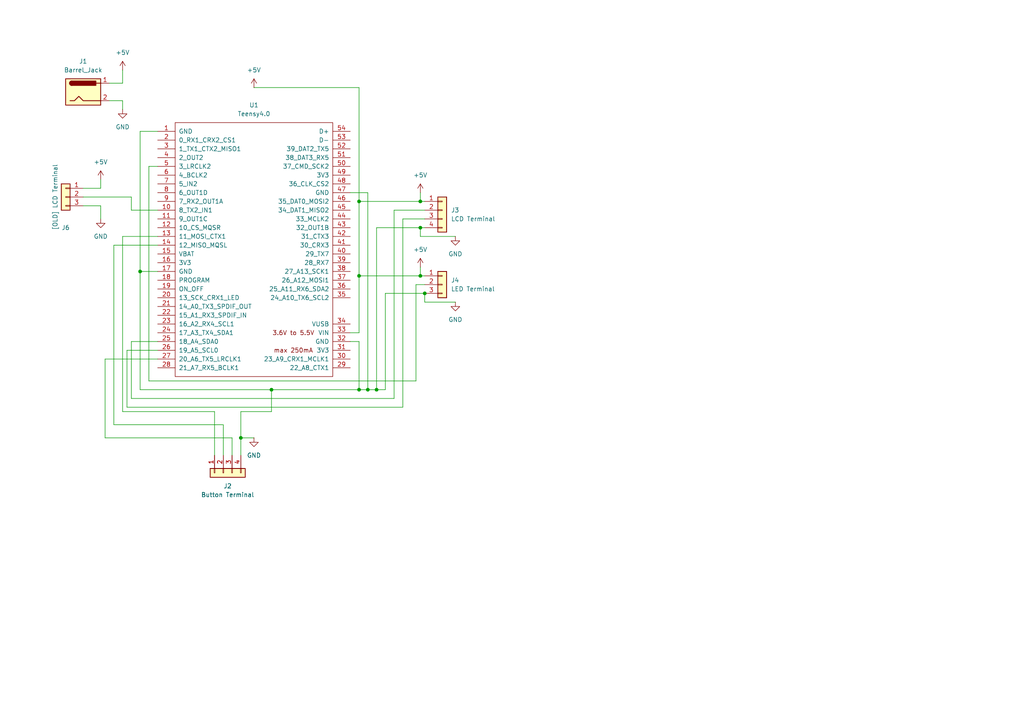
<source format=kicad_sch>
(kicad_sch
	(version 20231120)
	(generator "eeschema")
	(generator_version "8.0")
	(uuid "f73e7804-5c6f-4830-99b2-ffb38515eb28")
	(paper "A4")
	(lib_symbols
		(symbol "Connector:Barrel_Jack"
			(pin_names
				(offset 1.016)
			)
			(exclude_from_sim no)
			(in_bom yes)
			(on_board yes)
			(property "Reference" "J"
				(at 0 5.334 0)
				(effects
					(font
						(size 1.27 1.27)
					)
				)
			)
			(property "Value" "Barrel_Jack"
				(at 0 -5.08 0)
				(effects
					(font
						(size 1.27 1.27)
					)
				)
			)
			(property "Footprint" ""
				(at 1.27 -1.016 0)
				(effects
					(font
						(size 1.27 1.27)
					)
					(hide yes)
				)
			)
			(property "Datasheet" "~"
				(at 1.27 -1.016 0)
				(effects
					(font
						(size 1.27 1.27)
					)
					(hide yes)
				)
			)
			(property "Description" "DC Barrel Jack"
				(at 0 0 0)
				(effects
					(font
						(size 1.27 1.27)
					)
					(hide yes)
				)
			)
			(property "ki_keywords" "DC power barrel jack connector"
				(at 0 0 0)
				(effects
					(font
						(size 1.27 1.27)
					)
					(hide yes)
				)
			)
			(property "ki_fp_filters" "BarrelJack*"
				(at 0 0 0)
				(effects
					(font
						(size 1.27 1.27)
					)
					(hide yes)
				)
			)
			(symbol "Barrel_Jack_0_1"
				(rectangle
					(start -5.08 3.81)
					(end 5.08 -3.81)
					(stroke
						(width 0.254)
						(type default)
					)
					(fill
						(type background)
					)
				)
				(arc
					(start -3.302 3.175)
					(mid -3.9343 2.54)
					(end -3.302 1.905)
					(stroke
						(width 0.254)
						(type default)
					)
					(fill
						(type none)
					)
				)
				(arc
					(start -3.302 3.175)
					(mid -3.9343 2.54)
					(end -3.302 1.905)
					(stroke
						(width 0.254)
						(type default)
					)
					(fill
						(type outline)
					)
				)
				(polyline
					(pts
						(xy 5.08 2.54) (xy 3.81 2.54)
					)
					(stroke
						(width 0.254)
						(type default)
					)
					(fill
						(type none)
					)
				)
				(polyline
					(pts
						(xy -3.81 -2.54) (xy -2.54 -2.54) (xy -1.27 -1.27) (xy 0 -2.54) (xy 2.54 -2.54) (xy 5.08 -2.54)
					)
					(stroke
						(width 0.254)
						(type default)
					)
					(fill
						(type none)
					)
				)
				(rectangle
					(start 3.683 3.175)
					(end -3.302 1.905)
					(stroke
						(width 0.254)
						(type default)
					)
					(fill
						(type outline)
					)
				)
			)
			(symbol "Barrel_Jack_1_1"
				(pin passive line
					(at 7.62 2.54 180)
					(length 2.54)
					(name "~"
						(effects
							(font
								(size 1.27 1.27)
							)
						)
					)
					(number "1"
						(effects
							(font
								(size 1.27 1.27)
							)
						)
					)
				)
				(pin passive line
					(at 7.62 -2.54 180)
					(length 2.54)
					(name "~"
						(effects
							(font
								(size 1.27 1.27)
							)
						)
					)
					(number "2"
						(effects
							(font
								(size 1.27 1.27)
							)
						)
					)
				)
			)
		)
		(symbol "Connector_Generic:Conn_01x03"
			(pin_names
				(offset 1.016) hide)
			(exclude_from_sim no)
			(in_bom yes)
			(on_board yes)
			(property "Reference" "J"
				(at 0 5.08 0)
				(effects
					(font
						(size 1.27 1.27)
					)
				)
			)
			(property "Value" "Conn_01x03"
				(at 0 -5.08 0)
				(effects
					(font
						(size 1.27 1.27)
					)
				)
			)
			(property "Footprint" ""
				(at 0 0 0)
				(effects
					(font
						(size 1.27 1.27)
					)
					(hide yes)
				)
			)
			(property "Datasheet" "~"
				(at 0 0 0)
				(effects
					(font
						(size 1.27 1.27)
					)
					(hide yes)
				)
			)
			(property "Description" "Generic connector, single row, 01x03, script generated (kicad-library-utils/schlib/autogen/connector/)"
				(at 0 0 0)
				(effects
					(font
						(size 1.27 1.27)
					)
					(hide yes)
				)
			)
			(property "ki_keywords" "connector"
				(at 0 0 0)
				(effects
					(font
						(size 1.27 1.27)
					)
					(hide yes)
				)
			)
			(property "ki_fp_filters" "Connector*:*_1x??_*"
				(at 0 0 0)
				(effects
					(font
						(size 1.27 1.27)
					)
					(hide yes)
				)
			)
			(symbol "Conn_01x03_1_1"
				(rectangle
					(start -1.27 -2.413)
					(end 0 -2.667)
					(stroke
						(width 0.1524)
						(type default)
					)
					(fill
						(type none)
					)
				)
				(rectangle
					(start -1.27 0.127)
					(end 0 -0.127)
					(stroke
						(width 0.1524)
						(type default)
					)
					(fill
						(type none)
					)
				)
				(rectangle
					(start -1.27 2.667)
					(end 0 2.413)
					(stroke
						(width 0.1524)
						(type default)
					)
					(fill
						(type none)
					)
				)
				(rectangle
					(start -1.27 3.81)
					(end 1.27 -3.81)
					(stroke
						(width 0.254)
						(type default)
					)
					(fill
						(type background)
					)
				)
				(pin passive line
					(at -5.08 2.54 0)
					(length 3.81)
					(name "Pin_1"
						(effects
							(font
								(size 1.27 1.27)
							)
						)
					)
					(number "1"
						(effects
							(font
								(size 1.27 1.27)
							)
						)
					)
				)
				(pin passive line
					(at -5.08 0 0)
					(length 3.81)
					(name "Pin_2"
						(effects
							(font
								(size 1.27 1.27)
							)
						)
					)
					(number "2"
						(effects
							(font
								(size 1.27 1.27)
							)
						)
					)
				)
				(pin passive line
					(at -5.08 -2.54 0)
					(length 3.81)
					(name "Pin_3"
						(effects
							(font
								(size 1.27 1.27)
							)
						)
					)
					(number "3"
						(effects
							(font
								(size 1.27 1.27)
							)
						)
					)
				)
			)
		)
		(symbol "Connector_Generic:Conn_01x04"
			(pin_names
				(offset 1.016) hide)
			(exclude_from_sim no)
			(in_bom yes)
			(on_board yes)
			(property "Reference" "J"
				(at 0 5.08 0)
				(effects
					(font
						(size 1.27 1.27)
					)
				)
			)
			(property "Value" "Conn_01x04"
				(at 0 -7.62 0)
				(effects
					(font
						(size 1.27 1.27)
					)
				)
			)
			(property "Footprint" ""
				(at 0 0 0)
				(effects
					(font
						(size 1.27 1.27)
					)
					(hide yes)
				)
			)
			(property "Datasheet" "~"
				(at 0 0 0)
				(effects
					(font
						(size 1.27 1.27)
					)
					(hide yes)
				)
			)
			(property "Description" "Generic connector, single row, 01x04, script generated (kicad-library-utils/schlib/autogen/connector/)"
				(at 0 0 0)
				(effects
					(font
						(size 1.27 1.27)
					)
					(hide yes)
				)
			)
			(property "ki_keywords" "connector"
				(at 0 0 0)
				(effects
					(font
						(size 1.27 1.27)
					)
					(hide yes)
				)
			)
			(property "ki_fp_filters" "Connector*:*_1x??_*"
				(at 0 0 0)
				(effects
					(font
						(size 1.27 1.27)
					)
					(hide yes)
				)
			)
			(symbol "Conn_01x04_1_1"
				(rectangle
					(start -1.27 -4.953)
					(end 0 -5.207)
					(stroke
						(width 0.1524)
						(type default)
					)
					(fill
						(type none)
					)
				)
				(rectangle
					(start -1.27 -2.413)
					(end 0 -2.667)
					(stroke
						(width 0.1524)
						(type default)
					)
					(fill
						(type none)
					)
				)
				(rectangle
					(start -1.27 0.127)
					(end 0 -0.127)
					(stroke
						(width 0.1524)
						(type default)
					)
					(fill
						(type none)
					)
				)
				(rectangle
					(start -1.27 2.667)
					(end 0 2.413)
					(stroke
						(width 0.1524)
						(type default)
					)
					(fill
						(type none)
					)
				)
				(rectangle
					(start -1.27 3.81)
					(end 1.27 -6.35)
					(stroke
						(width 0.254)
						(type default)
					)
					(fill
						(type background)
					)
				)
				(pin passive line
					(at -5.08 2.54 0)
					(length 3.81)
					(name "Pin_1"
						(effects
							(font
								(size 1.27 1.27)
							)
						)
					)
					(number "1"
						(effects
							(font
								(size 1.27 1.27)
							)
						)
					)
				)
				(pin passive line
					(at -5.08 0 0)
					(length 3.81)
					(name "Pin_2"
						(effects
							(font
								(size 1.27 1.27)
							)
						)
					)
					(number "2"
						(effects
							(font
								(size 1.27 1.27)
							)
						)
					)
				)
				(pin passive line
					(at -5.08 -2.54 0)
					(length 3.81)
					(name "Pin_3"
						(effects
							(font
								(size 1.27 1.27)
							)
						)
					)
					(number "3"
						(effects
							(font
								(size 1.27 1.27)
							)
						)
					)
				)
				(pin passive line
					(at -5.08 -5.08 0)
					(length 3.81)
					(name "Pin_4"
						(effects
							(font
								(size 1.27 1.27)
							)
						)
					)
					(number "4"
						(effects
							(font
								(size 1.27 1.27)
							)
						)
					)
				)
			)
		)
		(symbol "power:+5V"
			(power)
			(pin_numbers hide)
			(pin_names
				(offset 0) hide)
			(exclude_from_sim no)
			(in_bom yes)
			(on_board yes)
			(property "Reference" "#PWR"
				(at 0 -3.81 0)
				(effects
					(font
						(size 1.27 1.27)
					)
					(hide yes)
				)
			)
			(property "Value" "+5V"
				(at 0 3.556 0)
				(effects
					(font
						(size 1.27 1.27)
					)
				)
			)
			(property "Footprint" ""
				(at 0 0 0)
				(effects
					(font
						(size 1.27 1.27)
					)
					(hide yes)
				)
			)
			(property "Datasheet" ""
				(at 0 0 0)
				(effects
					(font
						(size 1.27 1.27)
					)
					(hide yes)
				)
			)
			(property "Description" "Power symbol creates a global label with name \"+5V\""
				(at 0 0 0)
				(effects
					(font
						(size 1.27 1.27)
					)
					(hide yes)
				)
			)
			(property "ki_keywords" "global power"
				(at 0 0 0)
				(effects
					(font
						(size 1.27 1.27)
					)
					(hide yes)
				)
			)
			(symbol "+5V_0_1"
				(polyline
					(pts
						(xy -0.762 1.27) (xy 0 2.54)
					)
					(stroke
						(width 0)
						(type default)
					)
					(fill
						(type none)
					)
				)
				(polyline
					(pts
						(xy 0 0) (xy 0 2.54)
					)
					(stroke
						(width 0)
						(type default)
					)
					(fill
						(type none)
					)
				)
				(polyline
					(pts
						(xy 0 2.54) (xy 0.762 1.27)
					)
					(stroke
						(width 0)
						(type default)
					)
					(fill
						(type none)
					)
				)
			)
			(symbol "+5V_1_1"
				(pin power_in line
					(at 0 0 90)
					(length 0)
					(name "~"
						(effects
							(font
								(size 1.27 1.27)
							)
						)
					)
					(number "1"
						(effects
							(font
								(size 1.27 1.27)
							)
						)
					)
				)
			)
		)
		(symbol "power:GND"
			(power)
			(pin_numbers hide)
			(pin_names
				(offset 0) hide)
			(exclude_from_sim no)
			(in_bom yes)
			(on_board yes)
			(property "Reference" "#PWR"
				(at 0 -6.35 0)
				(effects
					(font
						(size 1.27 1.27)
					)
					(hide yes)
				)
			)
			(property "Value" "GND"
				(at 0 -3.81 0)
				(effects
					(font
						(size 1.27 1.27)
					)
				)
			)
			(property "Footprint" ""
				(at 0 0 0)
				(effects
					(font
						(size 1.27 1.27)
					)
					(hide yes)
				)
			)
			(property "Datasheet" ""
				(at 0 0 0)
				(effects
					(font
						(size 1.27 1.27)
					)
					(hide yes)
				)
			)
			(property "Description" "Power symbol creates a global label with name \"GND\" , ground"
				(at 0 0 0)
				(effects
					(font
						(size 1.27 1.27)
					)
					(hide yes)
				)
			)
			(property "ki_keywords" "global power"
				(at 0 0 0)
				(effects
					(font
						(size 1.27 1.27)
					)
					(hide yes)
				)
			)
			(symbol "GND_0_1"
				(polyline
					(pts
						(xy 0 0) (xy 0 -1.27) (xy 1.27 -1.27) (xy 0 -2.54) (xy -1.27 -1.27) (xy 0 -1.27)
					)
					(stroke
						(width 0)
						(type default)
					)
					(fill
						(type none)
					)
				)
			)
			(symbol "GND_1_1"
				(pin power_in line
					(at 0 0 270)
					(length 0)
					(name "~"
						(effects
							(font
								(size 1.27 1.27)
							)
						)
					)
					(number "1"
						(effects
							(font
								(size 1.27 1.27)
							)
						)
					)
				)
			)
		)
		(symbol "teensy:Teensy4.0"
			(pin_names
				(offset 1.016)
			)
			(exclude_from_sim no)
			(in_bom yes)
			(on_board yes)
			(property "Reference" "U"
				(at 0 39.37 0)
				(effects
					(font
						(size 1.27 1.27)
					)
				)
			)
			(property "Value" "Teensy4.0"
				(at 0 -39.37 0)
				(effects
					(font
						(size 1.27 1.27)
					)
				)
			)
			(property "Footprint" ""
				(at -10.16 5.08 0)
				(effects
					(font
						(size 1.27 1.27)
					)
					(hide yes)
				)
			)
			(property "Datasheet" ""
				(at -10.16 5.08 0)
				(effects
					(font
						(size 1.27 1.27)
					)
					(hide yes)
				)
			)
			(property "Description" ""
				(at 0 0 0)
				(effects
					(font
						(size 1.27 1.27)
					)
					(hide yes)
				)
			)
			(symbol "Teensy4.0_0_0"
				(text "3.6V to 5.5V"
					(at 11.43 -24.13 0)
					(effects
						(font
							(size 1.27 1.27)
						)
					)
				)
				(text "max 250mA"
					(at 11.43 -29.21 0)
					(effects
						(font
							(size 1.27 1.27)
						)
					)
				)
				(pin bidirectional line
					(at -27.94 11.43 0)
					(length 5.08)
					(name "8_TX2_IN1"
						(effects
							(font
								(size 1.27 1.27)
							)
						)
					)
					(number "10"
						(effects
							(font
								(size 1.27 1.27)
							)
						)
					)
				)
				(pin bidirectional line
					(at -27.94 8.89 0)
					(length 5.08)
					(name "9_OUT1C"
						(effects
							(font
								(size 1.27 1.27)
							)
						)
					)
					(number "11"
						(effects
							(font
								(size 1.27 1.27)
							)
						)
					)
				)
				(pin bidirectional line
					(at -27.94 6.35 0)
					(length 5.08)
					(name "10_CS_MQSR"
						(effects
							(font
								(size 1.27 1.27)
							)
						)
					)
					(number "12"
						(effects
							(font
								(size 1.27 1.27)
							)
						)
					)
				)
				(pin bidirectional line
					(at -27.94 3.81 0)
					(length 5.08)
					(name "11_MOSI_CTX1"
						(effects
							(font
								(size 1.27 1.27)
							)
						)
					)
					(number "13"
						(effects
							(font
								(size 1.27 1.27)
							)
						)
					)
				)
				(pin bidirectional line
					(at -27.94 1.27 0)
					(length 5.08)
					(name "12_MISO_MQSL"
						(effects
							(font
								(size 1.27 1.27)
							)
						)
					)
					(number "14"
						(effects
							(font
								(size 1.27 1.27)
							)
						)
					)
				)
				(pin power_in line
					(at -27.94 -1.27 0)
					(length 5.08)
					(name "VBAT"
						(effects
							(font
								(size 1.27 1.27)
							)
						)
					)
					(number "15"
						(effects
							(font
								(size 1.27 1.27)
							)
						)
					)
				)
				(pin power_in line
					(at -27.94 -3.81 0)
					(length 5.08)
					(name "3V3"
						(effects
							(font
								(size 1.27 1.27)
							)
						)
					)
					(number "16"
						(effects
							(font
								(size 1.27 1.27)
							)
						)
					)
				)
				(pin power_in line
					(at -27.94 -6.35 0)
					(length 5.08)
					(name "GND"
						(effects
							(font
								(size 1.27 1.27)
							)
						)
					)
					(number "17"
						(effects
							(font
								(size 1.27 1.27)
							)
						)
					)
				)
				(pin input line
					(at -27.94 -8.89 0)
					(length 5.08)
					(name "PROGRAM"
						(effects
							(font
								(size 1.27 1.27)
							)
						)
					)
					(number "18"
						(effects
							(font
								(size 1.27 1.27)
							)
						)
					)
				)
				(pin input line
					(at -27.94 -11.43 0)
					(length 5.08)
					(name "ON_OFF"
						(effects
							(font
								(size 1.27 1.27)
							)
						)
					)
					(number "19"
						(effects
							(font
								(size 1.27 1.27)
							)
						)
					)
				)
				(pin bidirectional line
					(at -27.94 -13.97 0)
					(length 5.08)
					(name "13_SCK_CRX1_LED"
						(effects
							(font
								(size 1.27 1.27)
							)
						)
					)
					(number "20"
						(effects
							(font
								(size 1.27 1.27)
							)
						)
					)
				)
				(pin bidirectional line
					(at -27.94 -16.51 0)
					(length 5.08)
					(name "14_A0_TX3_SPDIF_OUT"
						(effects
							(font
								(size 1.27 1.27)
							)
						)
					)
					(number "21"
						(effects
							(font
								(size 1.27 1.27)
							)
						)
					)
				)
				(pin bidirectional line
					(at -27.94 -19.05 0)
					(length 5.08)
					(name "15_A1_RX3_SPDIF_IN"
						(effects
							(font
								(size 1.27 1.27)
							)
						)
					)
					(number "22"
						(effects
							(font
								(size 1.27 1.27)
							)
						)
					)
				)
				(pin bidirectional line
					(at -27.94 -21.59 0)
					(length 5.08)
					(name "16_A2_RX4_SCL1"
						(effects
							(font
								(size 1.27 1.27)
							)
						)
					)
					(number "23"
						(effects
							(font
								(size 1.27 1.27)
							)
						)
					)
				)
				(pin bidirectional line
					(at -27.94 -24.13 0)
					(length 5.08)
					(name "17_A3_TX4_SDA1"
						(effects
							(font
								(size 1.27 1.27)
							)
						)
					)
					(number "24"
						(effects
							(font
								(size 1.27 1.27)
							)
						)
					)
				)
				(pin bidirectional line
					(at -27.94 -26.67 0)
					(length 5.08)
					(name "18_A4_SDA0"
						(effects
							(font
								(size 1.27 1.27)
							)
						)
					)
					(number "25"
						(effects
							(font
								(size 1.27 1.27)
							)
						)
					)
				)
				(pin bidirectional line
					(at -27.94 -29.21 0)
					(length 5.08)
					(name "19_A5_SCL0"
						(effects
							(font
								(size 1.27 1.27)
							)
						)
					)
					(number "26"
						(effects
							(font
								(size 1.27 1.27)
							)
						)
					)
				)
				(pin bidirectional line
					(at -27.94 -31.75 0)
					(length 5.08)
					(name "20_A6_TX5_LRCLK1"
						(effects
							(font
								(size 1.27 1.27)
							)
						)
					)
					(number "27"
						(effects
							(font
								(size 1.27 1.27)
							)
						)
					)
				)
				(pin bidirectional line
					(at -27.94 -34.29 0)
					(length 5.08)
					(name "21_A7_RX5_BCLK1"
						(effects
							(font
								(size 1.27 1.27)
							)
						)
					)
					(number "28"
						(effects
							(font
								(size 1.27 1.27)
							)
						)
					)
				)
				(pin bidirectional line
					(at 27.94 -34.29 180)
					(length 5.08)
					(name "22_A8_CTX1"
						(effects
							(font
								(size 1.27 1.27)
							)
						)
					)
					(number "29"
						(effects
							(font
								(size 1.27 1.27)
							)
						)
					)
				)
				(pin bidirectional line
					(at 27.94 -31.75 180)
					(length 5.08)
					(name "23_A9_CRX1_MCLK1"
						(effects
							(font
								(size 1.27 1.27)
							)
						)
					)
					(number "30"
						(effects
							(font
								(size 1.27 1.27)
							)
						)
					)
				)
				(pin power_out line
					(at 27.94 -29.21 180)
					(length 5.08)
					(name "3V3"
						(effects
							(font
								(size 1.27 1.27)
							)
						)
					)
					(number "31"
						(effects
							(font
								(size 1.27 1.27)
							)
						)
					)
				)
				(pin power_in line
					(at 27.94 -26.67 180)
					(length 5.08)
					(name "GND"
						(effects
							(font
								(size 1.27 1.27)
							)
						)
					)
					(number "32"
						(effects
							(font
								(size 1.27 1.27)
							)
						)
					)
				)
				(pin power_in line
					(at 27.94 -24.13 180)
					(length 5.08)
					(name "VIN"
						(effects
							(font
								(size 1.27 1.27)
							)
						)
					)
					(number "33"
						(effects
							(font
								(size 1.27 1.27)
							)
						)
					)
				)
				(pin power_out line
					(at 27.94 -21.59 180)
					(length 5.08)
					(name "VUSB"
						(effects
							(font
								(size 1.27 1.27)
							)
						)
					)
					(number "34"
						(effects
							(font
								(size 1.27 1.27)
							)
						)
					)
				)
				(pin bidirectional line
					(at 27.94 -13.97 180)
					(length 5.08)
					(name "24_A10_TX6_SCL2"
						(effects
							(font
								(size 1.27 1.27)
							)
						)
					)
					(number "35"
						(effects
							(font
								(size 1.27 1.27)
							)
						)
					)
				)
				(pin bidirectional line
					(at 27.94 -11.43 180)
					(length 5.08)
					(name "25_A11_RX6_SDA2"
						(effects
							(font
								(size 1.27 1.27)
							)
						)
					)
					(number "36"
						(effects
							(font
								(size 1.27 1.27)
							)
						)
					)
				)
				(pin bidirectional line
					(at 27.94 -8.89 180)
					(length 5.08)
					(name "26_A12_MOSI1"
						(effects
							(font
								(size 1.27 1.27)
							)
						)
					)
					(number "37"
						(effects
							(font
								(size 1.27 1.27)
							)
						)
					)
				)
				(pin bidirectional line
					(at 27.94 -6.35 180)
					(length 5.08)
					(name "27_A13_SCK1"
						(effects
							(font
								(size 1.27 1.27)
							)
						)
					)
					(number "38"
						(effects
							(font
								(size 1.27 1.27)
							)
						)
					)
				)
				(pin bidirectional line
					(at 27.94 -3.81 180)
					(length 5.08)
					(name "28_RX7"
						(effects
							(font
								(size 1.27 1.27)
							)
						)
					)
					(number "39"
						(effects
							(font
								(size 1.27 1.27)
							)
						)
					)
				)
				(pin bidirectional line
					(at 27.94 -1.27 180)
					(length 5.08)
					(name "29_TX7"
						(effects
							(font
								(size 1.27 1.27)
							)
						)
					)
					(number "40"
						(effects
							(font
								(size 1.27 1.27)
							)
						)
					)
				)
				(pin bidirectional line
					(at 27.94 1.27 180)
					(length 5.08)
					(name "30_CRX3"
						(effects
							(font
								(size 1.27 1.27)
							)
						)
					)
					(number "41"
						(effects
							(font
								(size 1.27 1.27)
							)
						)
					)
				)
				(pin bidirectional line
					(at 27.94 3.81 180)
					(length 5.08)
					(name "31_CTX3"
						(effects
							(font
								(size 1.27 1.27)
							)
						)
					)
					(number "42"
						(effects
							(font
								(size 1.27 1.27)
							)
						)
					)
				)
				(pin bidirectional line
					(at 27.94 6.35 180)
					(length 5.08)
					(name "32_OUT1B"
						(effects
							(font
								(size 1.27 1.27)
							)
						)
					)
					(number "43"
						(effects
							(font
								(size 1.27 1.27)
							)
						)
					)
				)
				(pin bidirectional line
					(at 27.94 8.89 180)
					(length 5.08)
					(name "33_MCLK2"
						(effects
							(font
								(size 1.27 1.27)
							)
						)
					)
					(number "44"
						(effects
							(font
								(size 1.27 1.27)
							)
						)
					)
				)
				(pin bidirectional line
					(at 27.94 11.43 180)
					(length 5.08)
					(name "34_DAT1_MISO2"
						(effects
							(font
								(size 1.27 1.27)
							)
						)
					)
					(number "45"
						(effects
							(font
								(size 1.27 1.27)
							)
						)
					)
				)
				(pin bidirectional line
					(at 27.94 13.97 180)
					(length 5.08)
					(name "35_DAT0_MOSI2"
						(effects
							(font
								(size 1.27 1.27)
							)
						)
					)
					(number "46"
						(effects
							(font
								(size 1.27 1.27)
							)
						)
					)
				)
				(pin power_out line
					(at 27.94 16.51 180)
					(length 5.08)
					(name "GND"
						(effects
							(font
								(size 1.27 1.27)
							)
						)
					)
					(number "47"
						(effects
							(font
								(size 1.27 1.27)
							)
						)
					)
				)
				(pin bidirectional line
					(at 27.94 19.05 180)
					(length 5.08)
					(name "36_CLK_CS2"
						(effects
							(font
								(size 1.27 1.27)
							)
						)
					)
					(number "48"
						(effects
							(font
								(size 1.27 1.27)
							)
						)
					)
				)
				(pin power_out line
					(at 27.94 21.59 180)
					(length 5.08)
					(name "3V3"
						(effects
							(font
								(size 1.27 1.27)
							)
						)
					)
					(number "49"
						(effects
							(font
								(size 1.27 1.27)
							)
						)
					)
				)
				(pin bidirectional line
					(at -27.94 24.13 0)
					(length 5.08)
					(name "3_LRCLK2"
						(effects
							(font
								(size 1.27 1.27)
							)
						)
					)
					(number "5"
						(effects
							(font
								(size 1.27 1.27)
							)
						)
					)
				)
				(pin bidirectional line
					(at 27.94 24.13 180)
					(length 5.08)
					(name "37_CMD_SCK2"
						(effects
							(font
								(size 1.27 1.27)
							)
						)
					)
					(number "50"
						(effects
							(font
								(size 1.27 1.27)
							)
						)
					)
				)
				(pin bidirectional line
					(at 27.94 26.67 180)
					(length 5.08)
					(name "38_DAT3_RX5"
						(effects
							(font
								(size 1.27 1.27)
							)
						)
					)
					(number "51"
						(effects
							(font
								(size 1.27 1.27)
							)
						)
					)
				)
				(pin bidirectional line
					(at 27.94 29.21 180)
					(length 5.08)
					(name "39_DAT2_TX5"
						(effects
							(font
								(size 1.27 1.27)
							)
						)
					)
					(number "52"
						(effects
							(font
								(size 1.27 1.27)
							)
						)
					)
				)
				(pin bidirectional line
					(at 27.94 31.75 180)
					(length 5.08)
					(name "D-"
						(effects
							(font
								(size 1.27 1.27)
							)
						)
					)
					(number "53"
						(effects
							(font
								(size 1.27 1.27)
							)
						)
					)
				)
				(pin bidirectional line
					(at 27.94 34.29 180)
					(length 5.08)
					(name "D+"
						(effects
							(font
								(size 1.27 1.27)
							)
						)
					)
					(number "54"
						(effects
							(font
								(size 1.27 1.27)
							)
						)
					)
				)
				(pin bidirectional line
					(at -27.94 21.59 0)
					(length 5.08)
					(name "4_BCLK2"
						(effects
							(font
								(size 1.27 1.27)
							)
						)
					)
					(number "6"
						(effects
							(font
								(size 1.27 1.27)
							)
						)
					)
				)
				(pin bidirectional line
					(at -27.94 19.05 0)
					(length 5.08)
					(name "5_IN2"
						(effects
							(font
								(size 1.27 1.27)
							)
						)
					)
					(number "7"
						(effects
							(font
								(size 1.27 1.27)
							)
						)
					)
				)
				(pin bidirectional line
					(at -27.94 16.51 0)
					(length 5.08)
					(name "6_OUT1D"
						(effects
							(font
								(size 1.27 1.27)
							)
						)
					)
					(number "8"
						(effects
							(font
								(size 1.27 1.27)
							)
						)
					)
				)
				(pin bidirectional line
					(at -27.94 13.97 0)
					(length 5.08)
					(name "7_RX2_OUT1A"
						(effects
							(font
								(size 1.27 1.27)
							)
						)
					)
					(number "9"
						(effects
							(font
								(size 1.27 1.27)
							)
						)
					)
				)
			)
			(symbol "Teensy4.0_0_1"
				(rectangle
					(start -22.86 36.83)
					(end 22.86 -36.83)
					(stroke
						(width 0)
						(type solid)
					)
					(fill
						(type none)
					)
				)
				(rectangle
					(start -20.32 -31.75)
					(end -20.32 -31.75)
					(stroke
						(width 0)
						(type solid)
					)
					(fill
						(type none)
					)
				)
			)
			(symbol "Teensy4.0_1_1"
				(pin power_in line
					(at -27.94 34.29 0)
					(length 5.08)
					(name "GND"
						(effects
							(font
								(size 1.27 1.27)
							)
						)
					)
					(number "1"
						(effects
							(font
								(size 1.27 1.27)
							)
						)
					)
				)
				(pin bidirectional line
					(at -27.94 31.75 0)
					(length 5.08)
					(name "0_RX1_CRX2_CS1"
						(effects
							(font
								(size 1.27 1.27)
							)
						)
					)
					(number "2"
						(effects
							(font
								(size 1.27 1.27)
							)
						)
					)
				)
				(pin bidirectional line
					(at -27.94 29.21 0)
					(length 5.08)
					(name "1_TX1_CTX2_MISO1"
						(effects
							(font
								(size 1.27 1.27)
							)
						)
					)
					(number "3"
						(effects
							(font
								(size 1.27 1.27)
							)
						)
					)
				)
				(pin bidirectional line
					(at -27.94 26.67 0)
					(length 5.08)
					(name "2_OUT2"
						(effects
							(font
								(size 1.27 1.27)
							)
						)
					)
					(number "4"
						(effects
							(font
								(size 1.27 1.27)
							)
						)
					)
				)
			)
		)
	)
	(junction
		(at 121.92 66.04)
		(diameter 0)
		(color 0 0 0 0)
		(uuid "1161207b-8bd6-423b-8223-8efddb57ac52")
	)
	(junction
		(at 69.85 127)
		(diameter 0)
		(color 0 0 0 0)
		(uuid "22948cd7-ea60-4eca-806d-56d6cf1c66bb")
	)
	(junction
		(at 106.68 113.03)
		(diameter 0)
		(color 0 0 0 0)
		(uuid "53c8530f-6c09-4a32-9092-9c4bb4cd1f32")
	)
	(junction
		(at 40.64 78.74)
		(diameter 0)
		(color 0 0 0 0)
		(uuid "6181d129-3318-4d4a-998c-b86bce954787")
	)
	(junction
		(at 78.74 113.03)
		(diameter 0)
		(color 0 0 0 0)
		(uuid "63cd83a2-8f81-4f20-8ad0-c4ffc6941f14")
	)
	(junction
		(at 104.14 113.03)
		(diameter 0)
		(color 0 0 0 0)
		(uuid "75100ac8-4008-4858-8d99-42d5d0f26ec5")
	)
	(junction
		(at 121.92 80.01)
		(diameter 0)
		(color 0 0 0 0)
		(uuid "8e4f2170-7bfa-4e1a-aa31-6810227a09cd")
	)
	(junction
		(at 121.92 58.42)
		(diameter 0)
		(color 0 0 0 0)
		(uuid "9b5773a5-9764-4ecc-aa8b-ca9676ab522b")
	)
	(junction
		(at 104.14 58.42)
		(diameter 0)
		(color 0 0 0 0)
		(uuid "9cf39b4d-58f6-47e6-8ce3-ea1d9a187ba3")
	)
	(junction
		(at 123.19 85.09)
		(diameter 0)
		(color 0 0 0 0)
		(uuid "ad2a5875-6b0f-47ae-bb89-14e59bfd561b")
	)
	(junction
		(at 104.14 80.01)
		(diameter 0)
		(color 0 0 0 0)
		(uuid "ebff1830-2879-4385-a947-b2c528ee1745")
	)
	(junction
		(at 109.22 113.03)
		(diameter 0)
		(color 0 0 0 0)
		(uuid "fc586fda-71a6-4bea-b4ae-5d59681ad7fd")
	)
	(wire
		(pts
			(xy 38.1 115.57) (xy 114.3 115.57)
		)
		(stroke
			(width 0)
			(type default)
		)
		(uuid "04fbf91d-8a7d-4b42-b8c1-3dd2bb34767b")
	)
	(wire
		(pts
			(xy 104.14 58.42) (xy 104.14 80.01)
		)
		(stroke
			(width 0)
			(type default)
		)
		(uuid "05a164c9-eed0-4782-af7f-0d8a58e296d7")
	)
	(wire
		(pts
			(xy 33.02 123.19) (xy 64.77 123.19)
		)
		(stroke
			(width 0)
			(type default)
		)
		(uuid "0ab60db8-6327-40de-b548-be5aa3ddf927")
	)
	(wire
		(pts
			(xy 43.18 48.26) (xy 43.18 110.49)
		)
		(stroke
			(width 0)
			(type default)
		)
		(uuid "0ad8c611-ada5-4fd0-bac6-60dcc8ddfd82")
	)
	(wire
		(pts
			(xy 64.77 123.19) (xy 64.77 132.08)
		)
		(stroke
			(width 0)
			(type default)
		)
		(uuid "0ae3ea45-9667-4484-91df-017d0e1578b1")
	)
	(wire
		(pts
			(xy 35.56 119.38) (xy 62.23 119.38)
		)
		(stroke
			(width 0)
			(type default)
		)
		(uuid "0be61933-ca5f-410e-8826-debf90a180ff")
	)
	(wire
		(pts
			(xy 40.64 78.74) (xy 45.72 78.74)
		)
		(stroke
			(width 0)
			(type default)
		)
		(uuid "110f7406-c3b1-4e50-837d-a9c6759cbc73")
	)
	(wire
		(pts
			(xy 78.74 113.03) (xy 78.74 119.38)
		)
		(stroke
			(width 0)
			(type default)
		)
		(uuid "124b3f8d-c686-4dfa-ab21-c830e0902f97")
	)
	(wire
		(pts
			(xy 123.19 87.63) (xy 132.08 87.63)
		)
		(stroke
			(width 0)
			(type default)
		)
		(uuid "18323a7f-d387-4479-bb21-b5642979f149")
	)
	(wire
		(pts
			(xy 78.74 119.38) (xy 69.85 119.38)
		)
		(stroke
			(width 0)
			(type default)
		)
		(uuid "1886719b-1196-489f-afe5-bd8f94834aa5")
	)
	(wire
		(pts
			(xy 29.21 59.69) (xy 29.21 63.5)
		)
		(stroke
			(width 0)
			(type default)
		)
		(uuid "1c89779f-bbd0-4630-9400-1a6a50a4c4e2")
	)
	(wire
		(pts
			(xy 45.72 99.06) (xy 38.1 99.06)
		)
		(stroke
			(width 0)
			(type default)
		)
		(uuid "1d1fdc83-799b-4938-8988-b6f9a6f15e64")
	)
	(wire
		(pts
			(xy 24.13 59.69) (xy 29.21 59.69)
		)
		(stroke
			(width 0)
			(type default)
		)
		(uuid "1d541442-53bf-4738-bba2-82f6c0b76e4a")
	)
	(wire
		(pts
			(xy 101.6 99.06) (xy 104.14 99.06)
		)
		(stroke
			(width 0)
			(type default)
		)
		(uuid "1e63f9cf-a36c-4431-93ea-20745ff4d7d2")
	)
	(wire
		(pts
			(xy 116.84 118.11) (xy 36.83 118.11)
		)
		(stroke
			(width 0)
			(type default)
		)
		(uuid "21be3d44-2175-46e4-a4bf-c5aa8ecbbc17")
	)
	(wire
		(pts
			(xy 35.56 68.58) (xy 35.56 119.38)
		)
		(stroke
			(width 0)
			(type default)
		)
		(uuid "24f2b72b-c28d-4e09-8868-676aae1cc812")
	)
	(wire
		(pts
			(xy 120.65 82.55) (xy 120.65 110.49)
		)
		(stroke
			(width 0)
			(type default)
		)
		(uuid "2f34173b-46b2-4e9e-a9c0-f3973e684e40")
	)
	(wire
		(pts
			(xy 40.64 38.1) (xy 40.64 78.74)
		)
		(stroke
			(width 0)
			(type default)
		)
		(uuid "2ffa8896-e36d-4c9e-8b35-ad88993c20ff")
	)
	(wire
		(pts
			(xy 36.83 101.6) (xy 45.72 101.6)
		)
		(stroke
			(width 0)
			(type default)
		)
		(uuid "309b1954-657f-4a67-a428-3c2d87d8ce1a")
	)
	(wire
		(pts
			(xy 109.22 113.03) (xy 106.68 113.03)
		)
		(stroke
			(width 0)
			(type default)
		)
		(uuid "315726d1-9661-4ba6-831a-50c5e76a7254")
	)
	(wire
		(pts
			(xy 114.3 60.96) (xy 123.19 60.96)
		)
		(stroke
			(width 0)
			(type default)
		)
		(uuid "324d68b6-1729-4bbc-a3ba-3364e25439a5")
	)
	(wire
		(pts
			(xy 62.23 119.38) (xy 62.23 132.08)
		)
		(stroke
			(width 0)
			(type default)
		)
		(uuid "3280ee26-0459-418e-981c-f32fafc19a19")
	)
	(wire
		(pts
			(xy 104.14 25.4) (xy 104.14 58.42)
		)
		(stroke
			(width 0)
			(type default)
		)
		(uuid "33a3a31a-9087-49b9-b409-e20439e0be08")
	)
	(wire
		(pts
			(xy 69.85 127) (xy 69.85 132.08)
		)
		(stroke
			(width 0)
			(type default)
		)
		(uuid "34ddb371-5ea8-477d-a32b-b715eafb32bb")
	)
	(wire
		(pts
			(xy 114.3 115.57) (xy 114.3 60.96)
		)
		(stroke
			(width 0)
			(type default)
		)
		(uuid "350b6f64-3824-4ff4-a1d8-99b9aaac6b15")
	)
	(wire
		(pts
			(xy 111.76 113.03) (xy 109.22 113.03)
		)
		(stroke
			(width 0)
			(type default)
		)
		(uuid "388a94a7-0611-4e8f-a144-82d7fa11684a")
	)
	(wire
		(pts
			(xy 69.85 119.38) (xy 69.85 127)
		)
		(stroke
			(width 0)
			(type default)
		)
		(uuid "3b3741ac-b387-47b6-b2c6-55b330e7a3d4")
	)
	(wire
		(pts
			(xy 35.56 68.58) (xy 45.72 68.58)
		)
		(stroke
			(width 0)
			(type default)
		)
		(uuid "422a4179-8f3a-4da8-b47c-98ea755d9b67")
	)
	(wire
		(pts
			(xy 40.64 78.74) (xy 40.64 113.03)
		)
		(stroke
			(width 0)
			(type default)
		)
		(uuid "436bc77e-6b5c-4aa2-81f6-d9f6b927b787")
	)
	(wire
		(pts
			(xy 104.14 99.06) (xy 104.14 113.03)
		)
		(stroke
			(width 0)
			(type default)
		)
		(uuid "43aa4fd8-cac4-47bc-9cfe-a7cc88dd592f")
	)
	(wire
		(pts
			(xy 111.76 85.09) (xy 123.19 85.09)
		)
		(stroke
			(width 0)
			(type default)
		)
		(uuid "4ade6213-a191-4c0f-9a95-72245859193f")
	)
	(wire
		(pts
			(xy 24.13 57.15) (xy 38.1 57.15)
		)
		(stroke
			(width 0)
			(type default)
		)
		(uuid "5434cd6a-5d4d-4f22-bc3a-87bc656097e8")
	)
	(wire
		(pts
			(xy 67.31 127) (xy 67.31 132.08)
		)
		(stroke
			(width 0)
			(type default)
		)
		(uuid "5506a252-705c-4e9c-90e7-a975994aae5c")
	)
	(wire
		(pts
			(xy 109.22 66.04) (xy 121.92 66.04)
		)
		(stroke
			(width 0)
			(type default)
		)
		(uuid "57c9da22-e77e-498b-bfdb-9b1a77dfda5e")
	)
	(wire
		(pts
			(xy 123.19 82.55) (xy 120.65 82.55)
		)
		(stroke
			(width 0)
			(type default)
		)
		(uuid "5825df2f-b52b-46a9-ad9a-8805c0141ab7")
	)
	(wire
		(pts
			(xy 121.92 66.04) (xy 121.92 68.58)
		)
		(stroke
			(width 0)
			(type default)
		)
		(uuid "5c5221a9-aef1-4cd3-991c-13f398ea5318")
	)
	(wire
		(pts
			(xy 106.68 55.88) (xy 106.68 113.03)
		)
		(stroke
			(width 0)
			(type default)
		)
		(uuid "5d0b00d1-858b-4587-a91e-12f553dec6e1")
	)
	(wire
		(pts
			(xy 31.75 29.21) (xy 35.56 29.21)
		)
		(stroke
			(width 0)
			(type default)
		)
		(uuid "5f50d6f1-07c8-4c03-b7e2-03ee7c05b66d")
	)
	(wire
		(pts
			(xy 33.02 71.12) (xy 33.02 123.19)
		)
		(stroke
			(width 0)
			(type default)
		)
		(uuid "6d8d329a-ac8f-4c8b-87f4-4c041814fa1f")
	)
	(wire
		(pts
			(xy 104.14 96.52) (xy 101.6 96.52)
		)
		(stroke
			(width 0)
			(type default)
		)
		(uuid "721e6b8a-2759-4218-8b0a-e93f19b7af0e")
	)
	(wire
		(pts
			(xy 121.92 68.58) (xy 132.08 68.58)
		)
		(stroke
			(width 0)
			(type default)
		)
		(uuid "7484e5e7-ab44-4510-a07e-ba8be6eceab8")
	)
	(wire
		(pts
			(xy 30.48 104.14) (xy 30.48 127)
		)
		(stroke
			(width 0)
			(type default)
		)
		(uuid "74d8b225-7b59-45bc-af5f-ee9114751dea")
	)
	(wire
		(pts
			(xy 104.14 80.01) (xy 121.92 80.01)
		)
		(stroke
			(width 0)
			(type default)
		)
		(uuid "8272319e-cca4-4ded-b7e0-a6ea6676f5db")
	)
	(wire
		(pts
			(xy 121.92 66.04) (xy 123.19 66.04)
		)
		(stroke
			(width 0)
			(type default)
		)
		(uuid "82b261cd-a79e-4612-8cd3-5773b0309f9f")
	)
	(wire
		(pts
			(xy 45.72 38.1) (xy 40.64 38.1)
		)
		(stroke
			(width 0)
			(type default)
		)
		(uuid "8b217e53-afe6-4183-ae7c-b03204f850f0")
	)
	(wire
		(pts
			(xy 109.22 66.04) (xy 109.22 113.03)
		)
		(stroke
			(width 0)
			(type default)
		)
		(uuid "8c6a281d-a089-431e-8819-f6d1c7f93d4e")
	)
	(wire
		(pts
			(xy 45.72 71.12) (xy 33.02 71.12)
		)
		(stroke
			(width 0)
			(type default)
		)
		(uuid "8e789e45-a65b-454c-81db-e1d150cc2204")
	)
	(wire
		(pts
			(xy 121.92 77.47) (xy 121.92 80.01)
		)
		(stroke
			(width 0)
			(type default)
		)
		(uuid "9889532d-dc41-47a9-8454-168b57a119a2")
	)
	(wire
		(pts
			(xy 29.21 54.61) (xy 29.21 52.07)
		)
		(stroke
			(width 0)
			(type default)
		)
		(uuid "98ad7f2a-a5cc-418e-bb3c-2db8baf12407")
	)
	(wire
		(pts
			(xy 35.56 20.32) (xy 35.56 24.13)
		)
		(stroke
			(width 0)
			(type default)
		)
		(uuid "9ece3fd2-f3f4-4d55-9a56-03184342dee5")
	)
	(wire
		(pts
			(xy 121.92 80.01) (xy 123.19 80.01)
		)
		(stroke
			(width 0)
			(type default)
		)
		(uuid "a4a0e9b5-7765-4019-8264-df86a680bca2")
	)
	(wire
		(pts
			(xy 45.72 48.26) (xy 43.18 48.26)
		)
		(stroke
			(width 0)
			(type default)
		)
		(uuid "a7fc0e4d-fd4b-43da-a564-23b3daffd105")
	)
	(wire
		(pts
			(xy 43.18 110.49) (xy 120.65 110.49)
		)
		(stroke
			(width 0)
			(type default)
		)
		(uuid "acf29232-35c6-452d-a88a-444689a431aa")
	)
	(wire
		(pts
			(xy 38.1 99.06) (xy 38.1 115.57)
		)
		(stroke
			(width 0)
			(type default)
		)
		(uuid "b1adb1e0-95ef-43aa-b60d-c7ca58f8de5e")
	)
	(wire
		(pts
			(xy 38.1 60.96) (xy 45.72 60.96)
		)
		(stroke
			(width 0)
			(type default)
		)
		(uuid "b34f737c-5ac3-4b4e-8225-c5d0278bef23")
	)
	(wire
		(pts
			(xy 45.72 104.14) (xy 30.48 104.14)
		)
		(stroke
			(width 0)
			(type default)
		)
		(uuid "b3cfbbab-e216-43f5-aa13-bc58cc6c7923")
	)
	(wire
		(pts
			(xy 24.13 54.61) (xy 29.21 54.61)
		)
		(stroke
			(width 0)
			(type default)
		)
		(uuid "bb4e7ace-eeb6-4833-bd23-1ab98f77cab3")
	)
	(wire
		(pts
			(xy 104.14 113.03) (xy 78.74 113.03)
		)
		(stroke
			(width 0)
			(type default)
		)
		(uuid "c02222a7-2c99-42a0-9dd5-de72ee4c790d")
	)
	(wire
		(pts
			(xy 38.1 57.15) (xy 38.1 60.96)
		)
		(stroke
			(width 0)
			(type default)
		)
		(uuid "c38608d8-6362-4255-bb1c-e5bb9b05467a")
	)
	(wire
		(pts
			(xy 123.19 85.09) (xy 123.19 87.63)
		)
		(stroke
			(width 0)
			(type default)
		)
		(uuid "c4da368a-f241-4244-9e0f-057cca442e5a")
	)
	(wire
		(pts
			(xy 35.56 24.13) (xy 31.75 24.13)
		)
		(stroke
			(width 0)
			(type default)
		)
		(uuid "c5f5a54f-03ec-4e6c-8817-8dedebdbb81c")
	)
	(wire
		(pts
			(xy 111.76 85.09) (xy 111.76 113.03)
		)
		(stroke
			(width 0)
			(type default)
		)
		(uuid "c604c487-b67f-4cad-8cdb-c4359a1a0bf4")
	)
	(wire
		(pts
			(xy 104.14 58.42) (xy 121.92 58.42)
		)
		(stroke
			(width 0)
			(type default)
		)
		(uuid "ca26b061-4fad-47f2-9a5b-42313209cc32")
	)
	(wire
		(pts
			(xy 106.68 113.03) (xy 104.14 113.03)
		)
		(stroke
			(width 0)
			(type default)
		)
		(uuid "cacc5acf-3836-478e-9ac3-85f9e9e061f9")
	)
	(wire
		(pts
			(xy 101.6 55.88) (xy 106.68 55.88)
		)
		(stroke
			(width 0)
			(type default)
		)
		(uuid "cf9059c5-a76c-49c1-85cf-29361b5ba1d2")
	)
	(wire
		(pts
			(xy 123.19 63.5) (xy 116.84 63.5)
		)
		(stroke
			(width 0)
			(type default)
		)
		(uuid "d38e11d1-3aaf-49db-b331-43d89c76825e")
	)
	(wire
		(pts
			(xy 116.84 63.5) (xy 116.84 118.11)
		)
		(stroke
			(width 0)
			(type default)
		)
		(uuid "d61193cb-813b-4ca8-8db0-963099414a8e")
	)
	(wire
		(pts
			(xy 36.83 118.11) (xy 36.83 101.6)
		)
		(stroke
			(width 0)
			(type default)
		)
		(uuid "dcf8e315-e649-4aa9-8582-a8cdee25778c")
	)
	(wire
		(pts
			(xy 121.92 58.42) (xy 123.19 58.42)
		)
		(stroke
			(width 0)
			(type default)
		)
		(uuid "deebc642-d998-4973-a6d0-e21bc1b768d8")
	)
	(wire
		(pts
			(xy 69.85 127) (xy 73.66 127)
		)
		(stroke
			(width 0)
			(type default)
		)
		(uuid "def7b1c7-e0fb-4461-b11d-bb5120b54849")
	)
	(wire
		(pts
			(xy 30.48 127) (xy 67.31 127)
		)
		(stroke
			(width 0)
			(type default)
		)
		(uuid "e75a4bef-b10e-4cd3-b816-3579fcc5a168")
	)
	(wire
		(pts
			(xy 121.92 55.88) (xy 121.92 58.42)
		)
		(stroke
			(width 0)
			(type default)
		)
		(uuid "e9ac36f4-872e-4b7a-8dfa-480ed3886146")
	)
	(wire
		(pts
			(xy 104.14 80.01) (xy 104.14 96.52)
		)
		(stroke
			(width 0)
			(type default)
		)
		(uuid "ee598aaf-08c4-4c10-9904-cc6e31e3e28d")
	)
	(wire
		(pts
			(xy 40.64 113.03) (xy 78.74 113.03)
		)
		(stroke
			(width 0)
			(type default)
		)
		(uuid "f1a84870-e0c9-4f74-99f6-6f862b21a94c")
	)
	(wire
		(pts
			(xy 35.56 29.21) (xy 35.56 31.75)
		)
		(stroke
			(width 0)
			(type default)
		)
		(uuid "f3cddeb3-8ded-497d-bff8-5c16857ce9fa")
	)
	(wire
		(pts
			(xy 73.66 25.4) (xy 104.14 25.4)
		)
		(stroke
			(width 0)
			(type default)
		)
		(uuid "fa1272cf-2aa8-494a-bca7-c25c02593668")
	)
	(symbol
		(lib_id "power:GND")
		(at 132.08 87.63 0)
		(unit 1)
		(exclude_from_sim no)
		(in_bom yes)
		(on_board yes)
		(dnp no)
		(fields_autoplaced yes)
		(uuid "1bb7b200-0969-4c71-9879-860031f08b24")
		(property "Reference" "#PWR07"
			(at 132.08 93.98 0)
			(effects
				(font
					(size 1.27 1.27)
				)
				(hide yes)
			)
		)
		(property "Value" "GND"
			(at 132.08 92.71 0)
			(effects
				(font
					(size 1.27 1.27)
				)
			)
		)
		(property "Footprint" ""
			(at 132.08 87.63 0)
			(effects
				(font
					(size 1.27 1.27)
				)
				(hide yes)
			)
		)
		(property "Datasheet" ""
			(at 132.08 87.63 0)
			(effects
				(font
					(size 1.27 1.27)
				)
				(hide yes)
			)
		)
		(property "Description" "Power symbol creates a global label with name \"GND\" , ground"
			(at 132.08 87.63 0)
			(effects
				(font
					(size 1.27 1.27)
				)
				(hide yes)
			)
		)
		(pin "1"
			(uuid "3000f8c2-31db-4b0b-abad-f9358b6f92a2")
		)
		(instances
			(project "ULACIT 2025"
				(path "/f73e7804-5c6f-4830-99b2-ffb38515eb28"
					(reference "#PWR07")
					(unit 1)
				)
			)
		)
	)
	(symbol
		(lib_id "power:+5V")
		(at 121.92 55.88 0)
		(unit 1)
		(exclude_from_sim no)
		(in_bom yes)
		(on_board yes)
		(dnp no)
		(fields_autoplaced yes)
		(uuid "1e98dd19-5e52-4954-b8c8-2221c180f29e")
		(property "Reference" "#PWR04"
			(at 121.92 59.69 0)
			(effects
				(font
					(size 1.27 1.27)
				)
				(hide yes)
			)
		)
		(property "Value" "+5V"
			(at 121.92 50.8 0)
			(effects
				(font
					(size 1.27 1.27)
				)
			)
		)
		(property "Footprint" ""
			(at 121.92 55.88 0)
			(effects
				(font
					(size 1.27 1.27)
				)
				(hide yes)
			)
		)
		(property "Datasheet" ""
			(at 121.92 55.88 0)
			(effects
				(font
					(size 1.27 1.27)
				)
				(hide yes)
			)
		)
		(property "Description" "Power symbol creates a global label with name \"+5V\""
			(at 121.92 55.88 0)
			(effects
				(font
					(size 1.27 1.27)
				)
				(hide yes)
			)
		)
		(pin "1"
			(uuid "1bebfd30-741e-489c-bdfe-c0b8e3a9d548")
		)
		(instances
			(project "ULACIT 2025"
				(path "/f73e7804-5c6f-4830-99b2-ffb38515eb28"
					(reference "#PWR04")
					(unit 1)
				)
			)
		)
	)
	(symbol
		(lib_id "Connector_Generic:Conn_01x03")
		(at 19.05 57.15 0)
		(mirror y)
		(unit 1)
		(exclude_from_sim no)
		(in_bom yes)
		(on_board yes)
		(dnp no)
		(uuid "2dbdd4e5-0d93-4671-8692-ac04341a93da")
		(property "Reference" "J6"
			(at 19.05 66.04 0)
			(effects
				(font
					(size 1.27 1.27)
				)
			)
		)
		(property "Value" "[OLD] LCD Terminal"
			(at 16.002 57.15 90)
			(effects
				(font
					(size 1.27 1.27)
				)
			)
		)
		(property "Footprint" "Connector_PinHeader_2.54mm:PinHeader_1x03_P2.54mm_Vertical"
			(at 19.05 57.15 0)
			(effects
				(font
					(size 1.27 1.27)
				)
				(hide yes)
			)
		)
		(property "Datasheet" "~"
			(at 19.05 57.15 0)
			(effects
				(font
					(size 1.27 1.27)
				)
				(hide yes)
			)
		)
		(property "Description" "Generic connector, single row, 01x03, script generated (kicad-library-utils/schlib/autogen/connector/)"
			(at 19.05 57.15 0)
			(effects
				(font
					(size 1.27 1.27)
				)
				(hide yes)
			)
		)
		(pin "3"
			(uuid "dad257ee-eb19-4471-b288-dfa90b361d25")
		)
		(pin "2"
			(uuid "635d8678-17e5-4de6-a5bd-2108b514bbb2")
		)
		(pin "1"
			(uuid "d2928d1f-4485-4c3b-8e9e-b4551e3c2990")
		)
		(instances
			(project "ULACIT 2025"
				(path "/f73e7804-5c6f-4830-99b2-ffb38515eb28"
					(reference "J6")
					(unit 1)
				)
			)
		)
	)
	(symbol
		(lib_id "power:GND")
		(at 132.08 68.58 0)
		(unit 1)
		(exclude_from_sim no)
		(in_bom yes)
		(on_board yes)
		(dnp no)
		(fields_autoplaced yes)
		(uuid "2f96dbf9-f50b-4873-91a5-138d8e21ab28")
		(property "Reference" "#PWR08"
			(at 132.08 74.93 0)
			(effects
				(font
					(size 1.27 1.27)
				)
				(hide yes)
			)
		)
		(property "Value" "GND"
			(at 132.08 73.66 0)
			(effects
				(font
					(size 1.27 1.27)
				)
			)
		)
		(property "Footprint" ""
			(at 132.08 68.58 0)
			(effects
				(font
					(size 1.27 1.27)
				)
				(hide yes)
			)
		)
		(property "Datasheet" ""
			(at 132.08 68.58 0)
			(effects
				(font
					(size 1.27 1.27)
				)
				(hide yes)
			)
		)
		(property "Description" "Power symbol creates a global label with name \"GND\" , ground"
			(at 132.08 68.58 0)
			(effects
				(font
					(size 1.27 1.27)
				)
				(hide yes)
			)
		)
		(pin "1"
			(uuid "5cd08729-9396-456f-8f48-9a8d44b50bed")
		)
		(instances
			(project "ULACIT 2025"
				(path "/f73e7804-5c6f-4830-99b2-ffb38515eb28"
					(reference "#PWR08")
					(unit 1)
				)
			)
		)
	)
	(symbol
		(lib_id "power:+5V")
		(at 29.21 52.07 0)
		(unit 1)
		(exclude_from_sim no)
		(in_bom yes)
		(on_board yes)
		(dnp no)
		(fields_autoplaced yes)
		(uuid "4ee3fabb-f1c6-44ad-9325-85ddf760057e")
		(property "Reference" "#PWR010"
			(at 29.21 55.88 0)
			(effects
				(font
					(size 1.27 1.27)
				)
				(hide yes)
			)
		)
		(property "Value" "+5V"
			(at 29.21 46.99 0)
			(effects
				(font
					(size 1.27 1.27)
				)
			)
		)
		(property "Footprint" ""
			(at 29.21 52.07 0)
			(effects
				(font
					(size 1.27 1.27)
				)
				(hide yes)
			)
		)
		(property "Datasheet" ""
			(at 29.21 52.07 0)
			(effects
				(font
					(size 1.27 1.27)
				)
				(hide yes)
			)
		)
		(property "Description" "Power symbol creates a global label with name \"+5V\""
			(at 29.21 52.07 0)
			(effects
				(font
					(size 1.27 1.27)
				)
				(hide yes)
			)
		)
		(pin "1"
			(uuid "65a82dc0-9d06-4f91-a6a4-5ea57775c38c")
		)
		(instances
			(project "ULACIT 2025"
				(path "/f73e7804-5c6f-4830-99b2-ffb38515eb28"
					(reference "#PWR010")
					(unit 1)
				)
			)
		)
	)
	(symbol
		(lib_id "power:+5V")
		(at 73.66 25.4 0)
		(unit 1)
		(exclude_from_sim no)
		(in_bom yes)
		(on_board yes)
		(dnp no)
		(fields_autoplaced yes)
		(uuid "58a33c29-c45d-462b-a4a3-079160bf783a")
		(property "Reference" "#PWR03"
			(at 73.66 29.21 0)
			(effects
				(font
					(size 1.27 1.27)
				)
				(hide yes)
			)
		)
		(property "Value" "+5V"
			(at 73.66 20.32 0)
			(effects
				(font
					(size 1.27 1.27)
				)
			)
		)
		(property "Footprint" ""
			(at 73.66 25.4 0)
			(effects
				(font
					(size 1.27 1.27)
				)
				(hide yes)
			)
		)
		(property "Datasheet" ""
			(at 73.66 25.4 0)
			(effects
				(font
					(size 1.27 1.27)
				)
				(hide yes)
			)
		)
		(property "Description" "Power symbol creates a global label with name \"+5V\""
			(at 73.66 25.4 0)
			(effects
				(font
					(size 1.27 1.27)
				)
				(hide yes)
			)
		)
		(pin "1"
			(uuid "9f846b8a-a9d1-4e42-95f1-b5fad81820bf")
		)
		(instances
			(project "ULACIT 2025"
				(path "/f73e7804-5c6f-4830-99b2-ffb38515eb28"
					(reference "#PWR03")
					(unit 1)
				)
			)
		)
	)
	(symbol
		(lib_id "power:GND")
		(at 29.21 63.5 0)
		(unit 1)
		(exclude_from_sim no)
		(in_bom yes)
		(on_board yes)
		(dnp no)
		(fields_autoplaced yes)
		(uuid "655ddd0d-e8e5-464c-9a98-769644180a69")
		(property "Reference" "#PWR011"
			(at 29.21 69.85 0)
			(effects
				(font
					(size 1.27 1.27)
				)
				(hide yes)
			)
		)
		(property "Value" "GND"
			(at 29.21 68.58 0)
			(effects
				(font
					(size 1.27 1.27)
				)
			)
		)
		(property "Footprint" ""
			(at 29.21 63.5 0)
			(effects
				(font
					(size 1.27 1.27)
				)
				(hide yes)
			)
		)
		(property "Datasheet" ""
			(at 29.21 63.5 0)
			(effects
				(font
					(size 1.27 1.27)
				)
				(hide yes)
			)
		)
		(property "Description" "Power symbol creates a global label with name \"GND\" , ground"
			(at 29.21 63.5 0)
			(effects
				(font
					(size 1.27 1.27)
				)
				(hide yes)
			)
		)
		(pin "1"
			(uuid "ab413246-d33b-43a7-81f7-c5d1d7ba5e52")
		)
		(instances
			(project "ULACIT 2025"
				(path "/f73e7804-5c6f-4830-99b2-ffb38515eb28"
					(reference "#PWR011")
					(unit 1)
				)
			)
		)
	)
	(symbol
		(lib_id "Connector_Generic:Conn_01x04")
		(at 64.77 137.16 90)
		(mirror x)
		(unit 1)
		(exclude_from_sim no)
		(in_bom yes)
		(on_board yes)
		(dnp no)
		(uuid "707455aa-6394-463f-b157-d792b6fa70bd")
		(property "Reference" "J2"
			(at 66.04 140.97 90)
			(effects
				(font
					(size 1.27 1.27)
				)
			)
		)
		(property "Value" "Button Terminal"
			(at 66.04 143.51 90)
			(effects
				(font
					(size 1.27 1.27)
				)
			)
		)
		(property "Footprint" "Connector_PinHeader_2.54mm:PinHeader_1x04_P2.54mm_Vertical"
			(at 64.77 137.16 0)
			(effects
				(font
					(size 1.27 1.27)
				)
				(hide yes)
			)
		)
		(property "Datasheet" "~"
			(at 64.77 137.16 0)
			(effects
				(font
					(size 1.27 1.27)
				)
				(hide yes)
			)
		)
		(property "Description" "Generic connector, single row, 01x04, script generated (kicad-library-utils/schlib/autogen/connector/)"
			(at 64.77 137.16 0)
			(effects
				(font
					(size 1.27 1.27)
				)
				(hide yes)
			)
		)
		(pin "2"
			(uuid "cfd01016-077a-4030-aba0-af6b4bf7182f")
		)
		(pin "3"
			(uuid "37acd4d3-1d2b-4152-bdea-3f0413aada84")
		)
		(pin "1"
			(uuid "e92abd61-1584-42ee-9059-45f11318a703")
		)
		(pin "4"
			(uuid "73db791c-6309-4657-b4fb-a3f415534c6e")
		)
		(instances
			(project ""
				(path "/f73e7804-5c6f-4830-99b2-ffb38515eb28"
					(reference "J2")
					(unit 1)
				)
			)
		)
	)
	(symbol
		(lib_id "Connector_Generic:Conn_01x03")
		(at 128.27 82.55 0)
		(unit 1)
		(exclude_from_sim no)
		(in_bom yes)
		(on_board yes)
		(dnp no)
		(fields_autoplaced yes)
		(uuid "903d6e1f-1514-4b5a-a313-2fafd703e11d")
		(property "Reference" "J4"
			(at 130.81 81.2799 0)
			(effects
				(font
					(size 1.27 1.27)
				)
				(justify left)
			)
		)
		(property "Value" "LED Terminal"
			(at 130.81 83.8199 0)
			(effects
				(font
					(size 1.27 1.27)
				)
				(justify left)
			)
		)
		(property "Footprint" "Connector_PinHeader_2.54mm:PinHeader_1x03_P2.54mm_Vertical"
			(at 128.27 82.55 0)
			(effects
				(font
					(size 1.27 1.27)
				)
				(hide yes)
			)
		)
		(property "Datasheet" "~"
			(at 128.27 82.55 0)
			(effects
				(font
					(size 1.27 1.27)
				)
				(hide yes)
			)
		)
		(property "Description" "Generic connector, single row, 01x03, script generated (kicad-library-utils/schlib/autogen/connector/)"
			(at 128.27 82.55 0)
			(effects
				(font
					(size 1.27 1.27)
				)
				(hide yes)
			)
		)
		(pin "3"
			(uuid "9e263d83-4a12-4989-bb41-6ab0dc7b2e27")
		)
		(pin "2"
			(uuid "4e18edc4-9c06-43ce-b304-37c981ea37b0")
		)
		(pin "1"
			(uuid "1dc6d1af-4781-4c0f-9eca-e8835e3e96ee")
		)
		(instances
			(project ""
				(path "/f73e7804-5c6f-4830-99b2-ffb38515eb28"
					(reference "J4")
					(unit 1)
				)
			)
		)
	)
	(symbol
		(lib_id "power:GND")
		(at 35.56 31.75 0)
		(unit 1)
		(exclude_from_sim no)
		(in_bom yes)
		(on_board yes)
		(dnp no)
		(fields_autoplaced yes)
		(uuid "97d8721d-7fbf-4991-ad55-9f2fda9ca2aa")
		(property "Reference" "#PWR02"
			(at 35.56 38.1 0)
			(effects
				(font
					(size 1.27 1.27)
				)
				(hide yes)
			)
		)
		(property "Value" "GND"
			(at 35.56 36.83 0)
			(effects
				(font
					(size 1.27 1.27)
				)
			)
		)
		(property "Footprint" ""
			(at 35.56 31.75 0)
			(effects
				(font
					(size 1.27 1.27)
				)
				(hide yes)
			)
		)
		(property "Datasheet" ""
			(at 35.56 31.75 0)
			(effects
				(font
					(size 1.27 1.27)
				)
				(hide yes)
			)
		)
		(property "Description" "Power symbol creates a global label with name \"GND\" , ground"
			(at 35.56 31.75 0)
			(effects
				(font
					(size 1.27 1.27)
				)
				(hide yes)
			)
		)
		(pin "1"
			(uuid "38360f34-6269-4874-811b-cd225ee4685b")
		)
		(instances
			(project ""
				(path "/f73e7804-5c6f-4830-99b2-ffb38515eb28"
					(reference "#PWR02")
					(unit 1)
				)
			)
		)
	)
	(symbol
		(lib_id "power:+5V")
		(at 35.56 20.32 0)
		(unit 1)
		(exclude_from_sim no)
		(in_bom yes)
		(on_board yes)
		(dnp no)
		(fields_autoplaced yes)
		(uuid "afed5822-4331-4bff-b37c-cf0f3e612ceb")
		(property "Reference" "#PWR01"
			(at 35.56 24.13 0)
			(effects
				(font
					(size 1.27 1.27)
				)
				(hide yes)
			)
		)
		(property "Value" "+5V"
			(at 35.56 15.24 0)
			(effects
				(font
					(size 1.27 1.27)
				)
			)
		)
		(property "Footprint" ""
			(at 35.56 20.32 0)
			(effects
				(font
					(size 1.27 1.27)
				)
				(hide yes)
			)
		)
		(property "Datasheet" ""
			(at 35.56 20.32 0)
			(effects
				(font
					(size 1.27 1.27)
				)
				(hide yes)
			)
		)
		(property "Description" "Power symbol creates a global label with name \"+5V\""
			(at 35.56 20.32 0)
			(effects
				(font
					(size 1.27 1.27)
				)
				(hide yes)
			)
		)
		(pin "1"
			(uuid "f2582a69-91a9-4a83-b23c-4897c8eb60ba")
		)
		(instances
			(project ""
				(path "/f73e7804-5c6f-4830-99b2-ffb38515eb28"
					(reference "#PWR01")
					(unit 1)
				)
			)
		)
	)
	(symbol
		(lib_id "Connector_Generic:Conn_01x04")
		(at 128.27 60.96 0)
		(unit 1)
		(exclude_from_sim no)
		(in_bom yes)
		(on_board yes)
		(dnp no)
		(fields_autoplaced yes)
		(uuid "b1263687-9596-4475-9d34-c173f401d458")
		(property "Reference" "J3"
			(at 130.81 60.9599 0)
			(effects
				(font
					(size 1.27 1.27)
				)
				(justify left)
			)
		)
		(property "Value" "LCD Terminal"
			(at 130.81 63.4999 0)
			(effects
				(font
					(size 1.27 1.27)
				)
				(justify left)
			)
		)
		(property "Footprint" "Connector_PinHeader_2.54mm:PinHeader_1x04_P2.54mm_Vertical"
			(at 128.27 60.96 0)
			(effects
				(font
					(size 1.27 1.27)
				)
				(hide yes)
			)
		)
		(property "Datasheet" "~"
			(at 128.27 60.96 0)
			(effects
				(font
					(size 1.27 1.27)
				)
				(hide yes)
			)
		)
		(property "Description" "Generic connector, single row, 01x04, script generated (kicad-library-utils/schlib/autogen/connector/)"
			(at 128.27 60.96 0)
			(effects
				(font
					(size 1.27 1.27)
				)
				(hide yes)
			)
		)
		(pin "1"
			(uuid "899d0903-ab1c-481c-9381-add666e786e5")
		)
		(pin "2"
			(uuid "7d5c5bd0-94f2-4894-9812-46a33d92cc20")
		)
		(pin "3"
			(uuid "d4a9e4f0-e2c2-40ef-be46-cebb31890ad1")
		)
		(pin "4"
			(uuid "e5cf75f4-5954-4d4e-b42d-09b88600ffe2")
		)
		(instances
			(project ""
				(path "/f73e7804-5c6f-4830-99b2-ffb38515eb28"
					(reference "J3")
					(unit 1)
				)
			)
		)
	)
	(symbol
		(lib_id "power:+5V")
		(at 121.92 77.47 0)
		(unit 1)
		(exclude_from_sim no)
		(in_bom yes)
		(on_board yes)
		(dnp no)
		(fields_autoplaced yes)
		(uuid "b539a3f9-7332-4dee-8879-dfaa53a09be9")
		(property "Reference" "#PWR05"
			(at 121.92 81.28 0)
			(effects
				(font
					(size 1.27 1.27)
				)
				(hide yes)
			)
		)
		(property "Value" "+5V"
			(at 121.92 72.39 0)
			(effects
				(font
					(size 1.27 1.27)
				)
			)
		)
		(property "Footprint" ""
			(at 121.92 77.47 0)
			(effects
				(font
					(size 1.27 1.27)
				)
				(hide yes)
			)
		)
		(property "Datasheet" ""
			(at 121.92 77.47 0)
			(effects
				(font
					(size 1.27 1.27)
				)
				(hide yes)
			)
		)
		(property "Description" "Power symbol creates a global label with name \"+5V\""
			(at 121.92 77.47 0)
			(effects
				(font
					(size 1.27 1.27)
				)
				(hide yes)
			)
		)
		(pin "1"
			(uuid "a1865887-4811-4f34-8ca9-fb8ec3499354")
		)
		(instances
			(project "ULACIT 2025"
				(path "/f73e7804-5c6f-4830-99b2-ffb38515eb28"
					(reference "#PWR05")
					(unit 1)
				)
			)
		)
	)
	(symbol
		(lib_id "power:GND")
		(at 73.66 127 0)
		(unit 1)
		(exclude_from_sim no)
		(in_bom yes)
		(on_board yes)
		(dnp no)
		(fields_autoplaced yes)
		(uuid "e4cfa839-f2f5-4ab3-addc-981c444c6337")
		(property "Reference" "#PWR06"
			(at 73.66 133.35 0)
			(effects
				(font
					(size 1.27 1.27)
				)
				(hide yes)
			)
		)
		(property "Value" "GND"
			(at 73.66 132.08 0)
			(effects
				(font
					(size 1.27 1.27)
				)
			)
		)
		(property "Footprint" ""
			(at 73.66 127 0)
			(effects
				(font
					(size 1.27 1.27)
				)
				(hide yes)
			)
		)
		(property "Datasheet" ""
			(at 73.66 127 0)
			(effects
				(font
					(size 1.27 1.27)
				)
				(hide yes)
			)
		)
		(property "Description" "Power symbol creates a global label with name \"GND\" , ground"
			(at 73.66 127 0)
			(effects
				(font
					(size 1.27 1.27)
				)
				(hide yes)
			)
		)
		(pin "1"
			(uuid "9eb2296d-69bb-4bdd-8944-a0647ef4aae3")
		)
		(instances
			(project "ULACIT 2025"
				(path "/f73e7804-5c6f-4830-99b2-ffb38515eb28"
					(reference "#PWR06")
					(unit 1)
				)
			)
		)
	)
	(symbol
		(lib_id "Connector:Barrel_Jack")
		(at 24.13 26.67 0)
		(unit 1)
		(exclude_from_sim no)
		(in_bom yes)
		(on_board yes)
		(dnp no)
		(fields_autoplaced yes)
		(uuid "f43c90a9-110c-46c5-9ad2-1861fd05c527")
		(property "Reference" "J1"
			(at 24.13 17.78 0)
			(effects
				(font
					(size 1.27 1.27)
				)
			)
		)
		(property "Value" "Barrel_Jack"
			(at 24.13 20.32 0)
			(effects
				(font
					(size 1.27 1.27)
				)
			)
		)
		(property "Footprint" "Connector_BarrelJack:BarrelJack_CUI_PJ-102AH_Horizontal"
			(at 25.4 27.686 0)
			(effects
				(font
					(size 1.27 1.27)
				)
				(hide yes)
			)
		)
		(property "Datasheet" "~"
			(at 25.4 27.686 0)
			(effects
				(font
					(size 1.27 1.27)
				)
				(hide yes)
			)
		)
		(property "Description" "DC Barrel Jack"
			(at 24.13 26.67 0)
			(effects
				(font
					(size 1.27 1.27)
				)
				(hide yes)
			)
		)
		(pin "1"
			(uuid "9ad6837d-b06c-4637-9377-98ef4191084b")
		)
		(pin "2"
			(uuid "039247f6-0840-43de-a1d7-451d3a1da918")
		)
		(instances
			(project ""
				(path "/f73e7804-5c6f-4830-99b2-ffb38515eb28"
					(reference "J1")
					(unit 1)
				)
			)
		)
	)
	(symbol
		(lib_id "teensy:Teensy4.0")
		(at 73.66 72.39 0)
		(unit 1)
		(exclude_from_sim no)
		(in_bom yes)
		(on_board yes)
		(dnp no)
		(fields_autoplaced yes)
		(uuid "fa3f39f8-bd07-429b-9fea-166596dbafa8")
		(property "Reference" "U1"
			(at 73.66 30.48 0)
			(effects
				(font
					(size 1.27 1.27)
				)
			)
		)
		(property "Value" "Teensy4.0"
			(at 73.66 33.02 0)
			(effects
				(font
					(size 1.27 1.27)
				)
			)
		)
		(property "Footprint" "Teensy:Teensy"
			(at 63.5 67.31 0)
			(effects
				(font
					(size 1.27 1.27)
				)
				(hide yes)
			)
		)
		(property "Datasheet" ""
			(at 63.5 67.31 0)
			(effects
				(font
					(size 1.27 1.27)
				)
				(hide yes)
			)
		)
		(property "Description" ""
			(at 73.66 72.39 0)
			(effects
				(font
					(size 1.27 1.27)
				)
				(hide yes)
			)
		)
		(pin "45"
			(uuid "aad1cc6c-0bed-456b-8038-a131b86c5d31")
		)
		(pin "1"
			(uuid "77e36a22-41c5-4418-a4e4-7205438e2757")
		)
		(pin "2"
			(uuid "9305ce3d-54ec-45f2-b8b9-addaec356125")
		)
		(pin "42"
			(uuid "260621c7-1453-4e25-b2e6-e2ab4164dbf5")
		)
		(pin "3"
			(uuid "d3f8a282-b974-4f77-9894-3264dc774882")
		)
		(pin "14"
			(uuid "65c829b5-b29b-46d3-954d-7d72ad62179d")
		)
		(pin "4"
			(uuid "a7a98657-132f-47b8-b265-1524450936c9")
		)
		(pin "35"
			(uuid "29da49d1-f41a-4a47-93fc-cd640a63ae96")
		)
		(pin "38"
			(uuid "f2f389da-4619-49ee-84a9-d442cd3350f7")
		)
		(pin "12"
			(uuid "cb0691e4-af7c-4887-a4d3-2393a730be03")
		)
		(pin "54"
			(uuid "384bdf9f-0ba8-4c1c-9ffb-a707cae3246f")
		)
		(pin "11"
			(uuid "e0678ae4-5288-4a60-ae87-48db12931d2a")
		)
		(pin "32"
			(uuid "af872f61-ce44-4378-94df-bf51c206c410")
		)
		(pin "51"
			(uuid "e8d81dea-abc4-4cb6-a9be-e25ecacb3573")
		)
		(pin "15"
			(uuid "7d4a6666-f4fa-4c14-a227-c207cef8632a")
		)
		(pin "17"
			(uuid "56e076fa-6890-45ec-acd2-9ed74b294ed2")
		)
		(pin "37"
			(uuid "39f3c92d-90e6-43e8-a79d-e0e0b070d320")
		)
		(pin "46"
			(uuid "33fe2d04-fe2d-4962-8273-5db1bb4caf80")
		)
		(pin "52"
			(uuid "467ba344-f431-41f7-8616-38bbfbd58bfa")
		)
		(pin "53"
			(uuid "1ca784d4-65d2-4f3a-bb05-dcd476428ab2")
		)
		(pin "49"
			(uuid "d6528eca-4499-4010-9809-9e51433e5f36")
		)
		(pin "34"
			(uuid "ee04ea64-488b-45af-932a-2fedb1f3abe5")
		)
		(pin "20"
			(uuid "b278a1d9-05a8-48ec-8450-14c410b4b3dc")
		)
		(pin "28"
			(uuid "ba242c0d-29c1-45c4-93e2-a22b651717db")
		)
		(pin "9"
			(uuid "feb737a2-dc27-4a25-a8ec-ac3db357bede")
		)
		(pin "22"
			(uuid "90265ada-9b6f-439d-9394-a92ca5a301f2")
		)
		(pin "5"
			(uuid "89d93005-3866-4d2a-afff-871d3f07d12a")
		)
		(pin "36"
			(uuid "ab57936f-4d5c-48dc-b937-4b47426e3a29")
		)
		(pin "6"
			(uuid "0e281760-8d02-4392-a389-8afc5e713b95")
		)
		(pin "30"
			(uuid "219d2a8e-c688-4964-b8f0-51d382779a15")
		)
		(pin "48"
			(uuid "e9bb7e79-4157-46e4-824c-793265aeb4fc")
		)
		(pin "41"
			(uuid "39154a09-820f-438b-8cae-15154aca5367")
		)
		(pin "50"
			(uuid "81909da9-b9cd-4d65-8f20-621e61a105a5")
		)
		(pin "47"
			(uuid "4b091a39-6b0d-4732-bfa8-fb91ecaab0d1")
		)
		(pin "7"
			(uuid "637be536-a229-4cb9-bce5-eb5733686de1")
		)
		(pin "23"
			(uuid "b94d3e7b-dda6-4e62-893c-56a8b74e350f")
		)
		(pin "31"
			(uuid "bb6fdf69-9bb4-4ba5-bce8-0268cdaabece")
		)
		(pin "44"
			(uuid "e7fdfa0d-a560-4e78-8ffb-2cc84ffa7989")
		)
		(pin "13"
			(uuid "b4dacc84-10ca-4f2c-9efe-10cea068d0b4")
		)
		(pin "16"
			(uuid "620db3e0-ca29-434f-a142-01dd4a908492")
		)
		(pin "18"
			(uuid "8da20ed0-447f-40ac-8033-5abe7625f83e")
		)
		(pin "21"
			(uuid "103f649e-12c6-43ad-86a2-b8243d458588")
		)
		(pin "24"
			(uuid "99451c4a-f107-4129-97c7-5495d250c017")
		)
		(pin "29"
			(uuid "20c70b99-7fae-4f12-9b8e-88a2276f5239")
		)
		(pin "39"
			(uuid "453a59d3-5161-4a88-bf6f-75bbb06a822e")
		)
		(pin "19"
			(uuid "e6f76d83-3521-4336-a96a-d900963e7015")
		)
		(pin "27"
			(uuid "1bbb199c-b8ef-4ac1-8cac-3800d7c1343d")
		)
		(pin "26"
			(uuid "e3fb935b-06c0-4dca-92cd-804796d4bdf8")
		)
		(pin "33"
			(uuid "617aee6c-3dcc-4f0a-b4be-0117bf3f84d4")
		)
		(pin "25"
			(uuid "b13bea0d-c0c5-4188-99bc-994410789da8")
		)
		(pin "10"
			(uuid "f0502c69-927e-404d-866e-fd2b0cfc572d")
		)
		(pin "8"
			(uuid "44b5c367-312d-4df2-9b87-fd41b34e8d15")
		)
		(pin "40"
			(uuid "dab0a433-82c2-4601-81cd-d2bcfdceef11")
		)
		(pin "43"
			(uuid "2aa6ba5f-72c3-48f2-8bfa-b43f0a1b9bad")
		)
		(instances
			(project ""
				(path "/f73e7804-5c6f-4830-99b2-ffb38515eb28"
					(reference "U1")
					(unit 1)
				)
			)
		)
	)
	(sheet
		(at 306.07 7.62)
		(size 115.57 115.57)
		(fields_autoplaced yes)
		(stroke
			(width 0.1524)
			(type solid)
		)
		(fill
			(color 0 0 0 0.0000)
		)
		(uuid "8e08aebc-8c78-43fe-a048-9ba49732ef96")
		(property "Sheetname" "Button"
			(at 306.07 6.9084 0)
			(effects
				(font
					(size 1.27 1.27)
				)
				(justify left bottom)
			)
		)
		(property "Sheetfile" "untitled.kicad_sch"
			(at 306.07 123.7746 0)
			(effects
				(font
					(size 1.27 1.27)
				)
				(justify left top)
			)
		)
		(instances
			(project "ULACIT 2025"
				(path "/f73e7804-5c6f-4830-99b2-ffb38515eb28"
					(page "2")
				)
			)
		)
	)
	(sheet_instances
		(path "/"
			(page "1")
		)
	)
)

</source>
